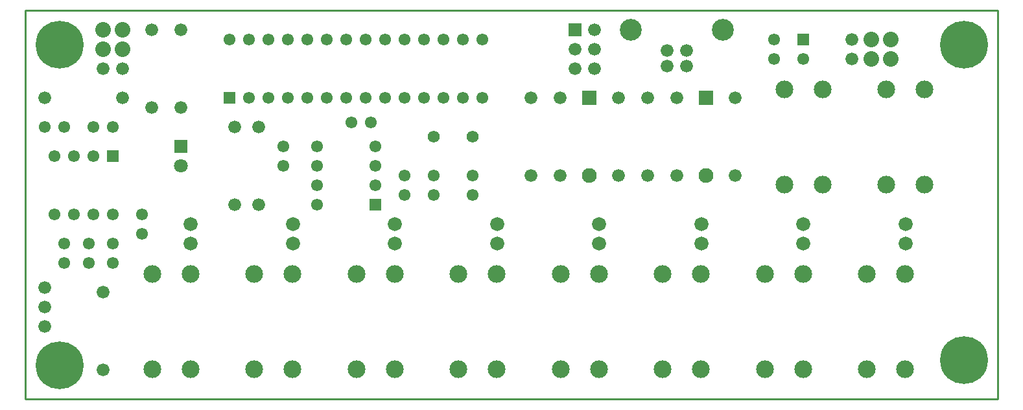
<source format=gts>
G04 (created by PCBNEW-RS274X (2011-nov-30)-testing) date Tue 03 Jul 2012 04:22:17 PM EDT*
%MOIN*%
G04 Gerber Fmt 3.4, Leading zero omitted, Abs format*
%FSLAX34Y34*%
G01*
G70*
G90*
G04 APERTURE LIST*
%ADD10C,0.0001*%
%ADD11C,0.01*%
%ADD12C,0.066*%
%ADD13C,0.08*%
%ADD14C,0.1123*%
%ADD15R,0.061X0.061*%
%ADD16C,0.061*%
%ADD17R,0.066X0.066*%
%ADD18C,0.072*%
%ADD19C,0.062*%
%ADD20C,0.076*%
%ADD21R,0.076X0.076*%
%ADD22R,0.071X0.071*%
%ADD23C,0.071*%
%ADD24C,0.246*%
%ADD25C,0.091*%
G04 APERTURE END LIST*
G54D10*
G54D11*
X50000Y20000D02*
X0Y20000D01*
X50000Y0D02*
X50000Y20000D01*
X0Y0D02*
X50000Y0D01*
X0Y20000D02*
X0Y0D01*
G54D12*
X5000Y17000D03*
X4000Y17000D03*
G54D13*
X5000Y18000D03*
X4000Y18000D03*
X5000Y19000D03*
X4000Y19000D03*
G54D12*
X33000Y17150D03*
X34000Y17150D03*
X34000Y17937D03*
X33000Y17937D03*
G54D14*
X31138Y19000D03*
X35862Y19000D03*
G54D12*
X1000Y3750D03*
X1000Y4750D03*
X1000Y5750D03*
G54D15*
X40000Y18500D03*
G54D16*
X40000Y17500D03*
G54D12*
X26000Y15500D03*
X26000Y11500D03*
X27500Y11500D03*
X27500Y15500D03*
X36500Y15500D03*
X36500Y11500D03*
X33500Y15500D03*
X33500Y11500D03*
X12000Y10000D03*
X12000Y14000D03*
X10750Y10000D03*
X10750Y14000D03*
X8000Y19000D03*
X8000Y15000D03*
X1000Y15500D03*
X5000Y15500D03*
X6500Y15000D03*
X6500Y19000D03*
X32000Y11500D03*
X32000Y15500D03*
X30500Y11500D03*
X30500Y15500D03*
G54D17*
X28250Y19000D03*
G54D12*
X29250Y19000D03*
X28250Y18000D03*
X29250Y18000D03*
X28250Y17000D03*
X29250Y17000D03*
G54D18*
X40000Y9000D03*
X40000Y8000D03*
X29500Y9000D03*
X29500Y8000D03*
X19000Y9000D03*
X19000Y8000D03*
X8500Y9000D03*
X8500Y8000D03*
X13750Y9000D03*
X13750Y8000D03*
X24250Y9000D03*
X24250Y8000D03*
X34750Y9000D03*
X34750Y8000D03*
X45250Y9000D03*
X45250Y8000D03*
G54D19*
X21000Y13500D03*
X23000Y13500D03*
G54D15*
X18000Y10000D03*
G54D16*
X18000Y11000D03*
X18000Y12000D03*
X18000Y13000D03*
X15000Y13000D03*
X15000Y12000D03*
X15000Y11000D03*
X15000Y10000D03*
G54D15*
X4500Y12500D03*
G54D16*
X3500Y12500D03*
X2500Y12500D03*
X1500Y12500D03*
X1500Y9500D03*
X2500Y9500D03*
X3500Y9500D03*
X4500Y9500D03*
X11500Y15500D03*
X12500Y15500D03*
X13500Y15500D03*
X14500Y15500D03*
X15500Y15500D03*
X16500Y15500D03*
X17500Y15500D03*
X18500Y15500D03*
X19500Y15500D03*
X20500Y15500D03*
X21500Y15500D03*
X22500Y15500D03*
X23500Y15500D03*
G54D15*
X10500Y15500D03*
G54D16*
X23500Y18500D03*
X22500Y18500D03*
X21500Y18500D03*
X20500Y18500D03*
X19500Y18500D03*
X18500Y18500D03*
X17500Y18500D03*
X16500Y18500D03*
X15500Y18500D03*
X14500Y18500D03*
X13500Y18500D03*
X12500Y18500D03*
X11500Y18500D03*
X10500Y18500D03*
G54D20*
X35000Y11500D03*
G54D21*
X35000Y15500D03*
G54D20*
X29000Y11500D03*
G54D21*
X29000Y15500D03*
G54D16*
X6000Y9500D03*
X6000Y8500D03*
X4500Y8000D03*
X4500Y7000D03*
X23000Y11500D03*
X23000Y10500D03*
X21000Y11500D03*
X21000Y10500D03*
X2000Y8000D03*
X2000Y7000D03*
X2000Y14000D03*
X1000Y14000D03*
X16750Y14250D03*
X17750Y14250D03*
X3250Y7000D03*
X3250Y8000D03*
X3500Y14000D03*
X4500Y14000D03*
X19500Y11500D03*
X19500Y10500D03*
X38500Y18500D03*
X38500Y17500D03*
X13250Y13000D03*
X13250Y12000D03*
G54D12*
X4000Y1500D03*
X4000Y5500D03*
G54D22*
X8000Y13000D03*
G54D23*
X8000Y12000D03*
G54D24*
X1750Y18250D03*
X48250Y18250D03*
X1750Y1750D03*
X48250Y2000D03*
G54D12*
X42500Y17500D03*
X42500Y18500D03*
G54D13*
X43500Y17500D03*
X43500Y18500D03*
X44500Y17500D03*
X44500Y18500D03*
G54D25*
X6516Y1540D03*
X6516Y6460D03*
X8484Y1540D03*
X8484Y6460D03*
X11766Y1540D03*
X11766Y6460D03*
X13734Y1540D03*
X13734Y6460D03*
X17016Y1540D03*
X17016Y6460D03*
X18984Y1540D03*
X18984Y6460D03*
X22266Y1540D03*
X22266Y6460D03*
X24234Y1540D03*
X24234Y6460D03*
X27516Y1540D03*
X27516Y6460D03*
X29484Y1540D03*
X29484Y6460D03*
X32766Y1540D03*
X32766Y6460D03*
X34734Y1540D03*
X34734Y6460D03*
X38016Y1540D03*
X38016Y6460D03*
X39984Y1540D03*
X39984Y6460D03*
X43266Y1540D03*
X43266Y6460D03*
X45234Y1540D03*
X45234Y6460D03*
X40984Y15960D03*
X40984Y11040D03*
X39016Y15960D03*
X39016Y11040D03*
X46234Y15960D03*
X46234Y11040D03*
X44266Y15960D03*
X44266Y11040D03*
M02*

</source>
